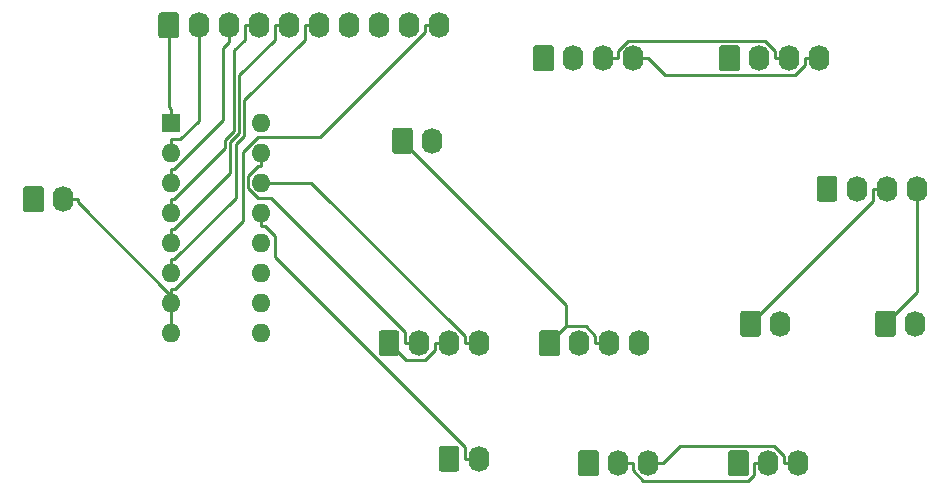
<source format=gbr>
G04 #@! TF.GenerationSoftware,KiCad,Pcbnew,(5.1.5-0-10_14)*
G04 #@! TF.CreationDate,2021-04-18T16:02:41+10:00*
G04 #@! TF.ProjectId,OH - Left Console - Output Distribution,4f48202d-204c-4656-9674-20436f6e736f,rev?*
G04 #@! TF.SameCoordinates,Original*
G04 #@! TF.FileFunction,Copper,L2,Bot*
G04 #@! TF.FilePolarity,Positive*
%FSLAX46Y46*%
G04 Gerber Fmt 4.6, Leading zero omitted, Abs format (unit mm)*
G04 Created by KiCad (PCBNEW (5.1.5-0-10_14)) date 2021-04-18 16:02:41*
%MOMM*%
%LPD*%
G04 APERTURE LIST*
%ADD10O,1.740000X2.200000*%
%ADD11C,0.100000*%
%ADD12O,1.600000X1.600000*%
%ADD13R,1.600000X1.600000*%
%ADD14C,0.250000*%
G04 APERTURE END LIST*
D10*
X201168000Y-51435000D03*
X198628000Y-51435000D03*
X196088000Y-51435000D03*
G04 #@! TA.AperFunction,ComponentPad*
D11*
G36*
X194192505Y-50336204D02*
G01*
X194216773Y-50339804D01*
X194240572Y-50345765D01*
X194263671Y-50354030D01*
X194285850Y-50364520D01*
X194306893Y-50377132D01*
X194326599Y-50391747D01*
X194344777Y-50408223D01*
X194361253Y-50426401D01*
X194375868Y-50446107D01*
X194388480Y-50467150D01*
X194398970Y-50489329D01*
X194407235Y-50512428D01*
X194413196Y-50536227D01*
X194416796Y-50560495D01*
X194418000Y-50584999D01*
X194418000Y-52285001D01*
X194416796Y-52309505D01*
X194413196Y-52333773D01*
X194407235Y-52357572D01*
X194398970Y-52380671D01*
X194388480Y-52402850D01*
X194375868Y-52423893D01*
X194361253Y-52443599D01*
X194344777Y-52461777D01*
X194326599Y-52478253D01*
X194306893Y-52492868D01*
X194285850Y-52505480D01*
X194263671Y-52515970D01*
X194240572Y-52524235D01*
X194216773Y-52530196D01*
X194192505Y-52533796D01*
X194168001Y-52535000D01*
X192927999Y-52535000D01*
X192903495Y-52533796D01*
X192879227Y-52530196D01*
X192855428Y-52524235D01*
X192832329Y-52515970D01*
X192810150Y-52505480D01*
X192789107Y-52492868D01*
X192769401Y-52478253D01*
X192751223Y-52461777D01*
X192734747Y-52443599D01*
X192720132Y-52423893D01*
X192707520Y-52402850D01*
X192697030Y-52380671D01*
X192688765Y-52357572D01*
X192682804Y-52333773D01*
X192679204Y-52309505D01*
X192678000Y-52285001D01*
X192678000Y-50584999D01*
X192679204Y-50560495D01*
X192682804Y-50536227D01*
X192688765Y-50512428D01*
X192697030Y-50489329D01*
X192707520Y-50467150D01*
X192720132Y-50446107D01*
X192734747Y-50426401D01*
X192751223Y-50408223D01*
X192769401Y-50391747D01*
X192789107Y-50377132D01*
X192810150Y-50364520D01*
X192832329Y-50354030D01*
X192855428Y-50345765D01*
X192879227Y-50339804D01*
X192903495Y-50336204D01*
X192927999Y-50335000D01*
X194168001Y-50335000D01*
X194192505Y-50336204D01*
G37*
G04 #@! TD.AperFunction*
D10*
X201041000Y-62865000D03*
G04 #@! TA.AperFunction,ComponentPad*
D11*
G36*
X199145505Y-61766204D02*
G01*
X199169773Y-61769804D01*
X199193572Y-61775765D01*
X199216671Y-61784030D01*
X199238850Y-61794520D01*
X199259893Y-61807132D01*
X199279599Y-61821747D01*
X199297777Y-61838223D01*
X199314253Y-61856401D01*
X199328868Y-61876107D01*
X199341480Y-61897150D01*
X199351970Y-61919329D01*
X199360235Y-61942428D01*
X199366196Y-61966227D01*
X199369796Y-61990495D01*
X199371000Y-62014999D01*
X199371000Y-63715001D01*
X199369796Y-63739505D01*
X199366196Y-63763773D01*
X199360235Y-63787572D01*
X199351970Y-63810671D01*
X199341480Y-63832850D01*
X199328868Y-63853893D01*
X199314253Y-63873599D01*
X199297777Y-63891777D01*
X199279599Y-63908253D01*
X199259893Y-63922868D01*
X199238850Y-63935480D01*
X199216671Y-63945970D01*
X199193572Y-63954235D01*
X199169773Y-63960196D01*
X199145505Y-63963796D01*
X199121001Y-63965000D01*
X197880999Y-63965000D01*
X197856495Y-63963796D01*
X197832227Y-63960196D01*
X197808428Y-63954235D01*
X197785329Y-63945970D01*
X197763150Y-63935480D01*
X197742107Y-63922868D01*
X197722401Y-63908253D01*
X197704223Y-63891777D01*
X197687747Y-63873599D01*
X197673132Y-63853893D01*
X197660520Y-63832850D01*
X197650030Y-63810671D01*
X197641765Y-63787572D01*
X197635804Y-63763773D01*
X197632204Y-63739505D01*
X197631000Y-63715001D01*
X197631000Y-62014999D01*
X197632204Y-61990495D01*
X197635804Y-61966227D01*
X197641765Y-61942428D01*
X197650030Y-61919329D01*
X197660520Y-61897150D01*
X197673132Y-61876107D01*
X197687747Y-61856401D01*
X197704223Y-61838223D01*
X197722401Y-61821747D01*
X197742107Y-61807132D01*
X197763150Y-61794520D01*
X197785329Y-61784030D01*
X197808428Y-61775765D01*
X197832227Y-61769804D01*
X197856495Y-61766204D01*
X197880999Y-61765000D01*
X199121001Y-61765000D01*
X199145505Y-61766204D01*
G37*
G04 #@! TD.AperFunction*
D10*
X189611000Y-62865000D03*
G04 #@! TA.AperFunction,ComponentPad*
D11*
G36*
X187715505Y-61766204D02*
G01*
X187739773Y-61769804D01*
X187763572Y-61775765D01*
X187786671Y-61784030D01*
X187808850Y-61794520D01*
X187829893Y-61807132D01*
X187849599Y-61821747D01*
X187867777Y-61838223D01*
X187884253Y-61856401D01*
X187898868Y-61876107D01*
X187911480Y-61897150D01*
X187921970Y-61919329D01*
X187930235Y-61942428D01*
X187936196Y-61966227D01*
X187939796Y-61990495D01*
X187941000Y-62014999D01*
X187941000Y-63715001D01*
X187939796Y-63739505D01*
X187936196Y-63763773D01*
X187930235Y-63787572D01*
X187921970Y-63810671D01*
X187911480Y-63832850D01*
X187898868Y-63853893D01*
X187884253Y-63873599D01*
X187867777Y-63891777D01*
X187849599Y-63908253D01*
X187829893Y-63922868D01*
X187808850Y-63935480D01*
X187786671Y-63945970D01*
X187763572Y-63954235D01*
X187739773Y-63960196D01*
X187715505Y-63963796D01*
X187691001Y-63965000D01*
X186450999Y-63965000D01*
X186426495Y-63963796D01*
X186402227Y-63960196D01*
X186378428Y-63954235D01*
X186355329Y-63945970D01*
X186333150Y-63935480D01*
X186312107Y-63922868D01*
X186292401Y-63908253D01*
X186274223Y-63891777D01*
X186257747Y-63873599D01*
X186243132Y-63853893D01*
X186230520Y-63832850D01*
X186220030Y-63810671D01*
X186211765Y-63787572D01*
X186205804Y-63763773D01*
X186202204Y-63739505D01*
X186201000Y-63715001D01*
X186201000Y-62014999D01*
X186202204Y-61990495D01*
X186205804Y-61966227D01*
X186211765Y-61942428D01*
X186220030Y-61919329D01*
X186230520Y-61897150D01*
X186243132Y-61876107D01*
X186257747Y-61856401D01*
X186274223Y-61838223D01*
X186292401Y-61821747D01*
X186312107Y-61807132D01*
X186333150Y-61794520D01*
X186355329Y-61784030D01*
X186378428Y-61775765D01*
X186402227Y-61769804D01*
X186426495Y-61766204D01*
X186450999Y-61765000D01*
X187691001Y-61765000D01*
X187715505Y-61766204D01*
G37*
G04 #@! TD.AperFunction*
D12*
X145669000Y-45847000D03*
X138049000Y-63627000D03*
X145669000Y-48387000D03*
X138049000Y-61087000D03*
X145669000Y-50927000D03*
X138049000Y-58547000D03*
X145669000Y-53467000D03*
X138049000Y-56007000D03*
X145669000Y-56007000D03*
X138049000Y-53467000D03*
X145669000Y-58547000D03*
X138049000Y-50927000D03*
X145669000Y-61087000D03*
X138049000Y-48387000D03*
X145669000Y-63627000D03*
D13*
X138049000Y-45847000D03*
D10*
X178435000Y-74676000D03*
X175895000Y-74676000D03*
G04 #@! TA.AperFunction,ComponentPad*
D11*
G36*
X173999505Y-73577204D02*
G01*
X174023773Y-73580804D01*
X174047572Y-73586765D01*
X174070671Y-73595030D01*
X174092850Y-73605520D01*
X174113893Y-73618132D01*
X174133599Y-73632747D01*
X174151777Y-73649223D01*
X174168253Y-73667401D01*
X174182868Y-73687107D01*
X174195480Y-73708150D01*
X174205970Y-73730329D01*
X174214235Y-73753428D01*
X174220196Y-73777227D01*
X174223796Y-73801495D01*
X174225000Y-73825999D01*
X174225000Y-75526001D01*
X174223796Y-75550505D01*
X174220196Y-75574773D01*
X174214235Y-75598572D01*
X174205970Y-75621671D01*
X174195480Y-75643850D01*
X174182868Y-75664893D01*
X174168253Y-75684599D01*
X174151777Y-75702777D01*
X174133599Y-75719253D01*
X174113893Y-75733868D01*
X174092850Y-75746480D01*
X174070671Y-75756970D01*
X174047572Y-75765235D01*
X174023773Y-75771196D01*
X173999505Y-75774796D01*
X173975001Y-75776000D01*
X172734999Y-75776000D01*
X172710495Y-75774796D01*
X172686227Y-75771196D01*
X172662428Y-75765235D01*
X172639329Y-75756970D01*
X172617150Y-75746480D01*
X172596107Y-75733868D01*
X172576401Y-75719253D01*
X172558223Y-75702777D01*
X172541747Y-75684599D01*
X172527132Y-75664893D01*
X172514520Y-75643850D01*
X172504030Y-75621671D01*
X172495765Y-75598572D01*
X172489804Y-75574773D01*
X172486204Y-75550505D01*
X172485000Y-75526001D01*
X172485000Y-73825999D01*
X172486204Y-73801495D01*
X172489804Y-73777227D01*
X172495765Y-73753428D01*
X172504030Y-73730329D01*
X172514520Y-73708150D01*
X172527132Y-73687107D01*
X172541747Y-73667401D01*
X172558223Y-73649223D01*
X172576401Y-73632747D01*
X172596107Y-73618132D01*
X172617150Y-73605520D01*
X172639329Y-73595030D01*
X172662428Y-73586765D01*
X172686227Y-73580804D01*
X172710495Y-73577204D01*
X172734999Y-73576000D01*
X173975001Y-73576000D01*
X173999505Y-73577204D01*
G37*
G04 #@! TD.AperFunction*
D10*
X191135000Y-74676000D03*
X188595000Y-74676000D03*
G04 #@! TA.AperFunction,ComponentPad*
D11*
G36*
X186699505Y-73577204D02*
G01*
X186723773Y-73580804D01*
X186747572Y-73586765D01*
X186770671Y-73595030D01*
X186792850Y-73605520D01*
X186813893Y-73618132D01*
X186833599Y-73632747D01*
X186851777Y-73649223D01*
X186868253Y-73667401D01*
X186882868Y-73687107D01*
X186895480Y-73708150D01*
X186905970Y-73730329D01*
X186914235Y-73753428D01*
X186920196Y-73777227D01*
X186923796Y-73801495D01*
X186925000Y-73825999D01*
X186925000Y-75526001D01*
X186923796Y-75550505D01*
X186920196Y-75574773D01*
X186914235Y-75598572D01*
X186905970Y-75621671D01*
X186895480Y-75643850D01*
X186882868Y-75664893D01*
X186868253Y-75684599D01*
X186851777Y-75702777D01*
X186833599Y-75719253D01*
X186813893Y-75733868D01*
X186792850Y-75746480D01*
X186770671Y-75756970D01*
X186747572Y-75765235D01*
X186723773Y-75771196D01*
X186699505Y-75774796D01*
X186675001Y-75776000D01*
X185434999Y-75776000D01*
X185410495Y-75774796D01*
X185386227Y-75771196D01*
X185362428Y-75765235D01*
X185339329Y-75756970D01*
X185317150Y-75746480D01*
X185296107Y-75733868D01*
X185276401Y-75719253D01*
X185258223Y-75702777D01*
X185241747Y-75684599D01*
X185227132Y-75664893D01*
X185214520Y-75643850D01*
X185204030Y-75621671D01*
X185195765Y-75598572D01*
X185189804Y-75574773D01*
X185186204Y-75550505D01*
X185185000Y-75526001D01*
X185185000Y-73825999D01*
X185186204Y-73801495D01*
X185189804Y-73777227D01*
X185195765Y-73753428D01*
X185204030Y-73730329D01*
X185214520Y-73708150D01*
X185227132Y-73687107D01*
X185241747Y-73667401D01*
X185258223Y-73649223D01*
X185276401Y-73632747D01*
X185296107Y-73618132D01*
X185317150Y-73605520D01*
X185339329Y-73595030D01*
X185362428Y-73586765D01*
X185386227Y-73580804D01*
X185410495Y-73577204D01*
X185434999Y-73576000D01*
X186675001Y-73576000D01*
X186699505Y-73577204D01*
G37*
G04 #@! TD.AperFunction*
D10*
X177673000Y-64516000D03*
X175133000Y-64516000D03*
X172593000Y-64516000D03*
G04 #@! TA.AperFunction,ComponentPad*
D11*
G36*
X170697505Y-63417204D02*
G01*
X170721773Y-63420804D01*
X170745572Y-63426765D01*
X170768671Y-63435030D01*
X170790850Y-63445520D01*
X170811893Y-63458132D01*
X170831599Y-63472747D01*
X170849777Y-63489223D01*
X170866253Y-63507401D01*
X170880868Y-63527107D01*
X170893480Y-63548150D01*
X170903970Y-63570329D01*
X170912235Y-63593428D01*
X170918196Y-63617227D01*
X170921796Y-63641495D01*
X170923000Y-63665999D01*
X170923000Y-65366001D01*
X170921796Y-65390505D01*
X170918196Y-65414773D01*
X170912235Y-65438572D01*
X170903970Y-65461671D01*
X170893480Y-65483850D01*
X170880868Y-65504893D01*
X170866253Y-65524599D01*
X170849777Y-65542777D01*
X170831599Y-65559253D01*
X170811893Y-65573868D01*
X170790850Y-65586480D01*
X170768671Y-65596970D01*
X170745572Y-65605235D01*
X170721773Y-65611196D01*
X170697505Y-65614796D01*
X170673001Y-65616000D01*
X169432999Y-65616000D01*
X169408495Y-65614796D01*
X169384227Y-65611196D01*
X169360428Y-65605235D01*
X169337329Y-65596970D01*
X169315150Y-65586480D01*
X169294107Y-65573868D01*
X169274401Y-65559253D01*
X169256223Y-65542777D01*
X169239747Y-65524599D01*
X169225132Y-65504893D01*
X169212520Y-65483850D01*
X169202030Y-65461671D01*
X169193765Y-65438572D01*
X169187804Y-65414773D01*
X169184204Y-65390505D01*
X169183000Y-65366001D01*
X169183000Y-63665999D01*
X169184204Y-63641495D01*
X169187804Y-63617227D01*
X169193765Y-63593428D01*
X169202030Y-63570329D01*
X169212520Y-63548150D01*
X169225132Y-63527107D01*
X169239747Y-63507401D01*
X169256223Y-63489223D01*
X169274401Y-63472747D01*
X169294107Y-63458132D01*
X169315150Y-63445520D01*
X169337329Y-63435030D01*
X169360428Y-63426765D01*
X169384227Y-63420804D01*
X169408495Y-63417204D01*
X169432999Y-63416000D01*
X170673001Y-63416000D01*
X170697505Y-63417204D01*
G37*
G04 #@! TD.AperFunction*
D10*
X192913000Y-40386000D03*
X190373000Y-40386000D03*
X187833000Y-40386000D03*
G04 #@! TA.AperFunction,ComponentPad*
D11*
G36*
X185937505Y-39287204D02*
G01*
X185961773Y-39290804D01*
X185985572Y-39296765D01*
X186008671Y-39305030D01*
X186030850Y-39315520D01*
X186051893Y-39328132D01*
X186071599Y-39342747D01*
X186089777Y-39359223D01*
X186106253Y-39377401D01*
X186120868Y-39397107D01*
X186133480Y-39418150D01*
X186143970Y-39440329D01*
X186152235Y-39463428D01*
X186158196Y-39487227D01*
X186161796Y-39511495D01*
X186163000Y-39535999D01*
X186163000Y-41236001D01*
X186161796Y-41260505D01*
X186158196Y-41284773D01*
X186152235Y-41308572D01*
X186143970Y-41331671D01*
X186133480Y-41353850D01*
X186120868Y-41374893D01*
X186106253Y-41394599D01*
X186089777Y-41412777D01*
X186071599Y-41429253D01*
X186051893Y-41443868D01*
X186030850Y-41456480D01*
X186008671Y-41466970D01*
X185985572Y-41475235D01*
X185961773Y-41481196D01*
X185937505Y-41484796D01*
X185913001Y-41486000D01*
X184672999Y-41486000D01*
X184648495Y-41484796D01*
X184624227Y-41481196D01*
X184600428Y-41475235D01*
X184577329Y-41466970D01*
X184555150Y-41456480D01*
X184534107Y-41443868D01*
X184514401Y-41429253D01*
X184496223Y-41412777D01*
X184479747Y-41394599D01*
X184465132Y-41374893D01*
X184452520Y-41353850D01*
X184442030Y-41331671D01*
X184433765Y-41308572D01*
X184427804Y-41284773D01*
X184424204Y-41260505D01*
X184423000Y-41236001D01*
X184423000Y-39535999D01*
X184424204Y-39511495D01*
X184427804Y-39487227D01*
X184433765Y-39463428D01*
X184442030Y-39440329D01*
X184452520Y-39418150D01*
X184465132Y-39397107D01*
X184479747Y-39377401D01*
X184496223Y-39359223D01*
X184514401Y-39342747D01*
X184534107Y-39328132D01*
X184555150Y-39315520D01*
X184577329Y-39305030D01*
X184600428Y-39296765D01*
X184624227Y-39290804D01*
X184648495Y-39287204D01*
X184672999Y-39286000D01*
X185913001Y-39286000D01*
X185937505Y-39287204D01*
G37*
G04 #@! TD.AperFunction*
D10*
X164084000Y-74295000D03*
G04 #@! TA.AperFunction,ComponentPad*
D11*
G36*
X162188505Y-73196204D02*
G01*
X162212773Y-73199804D01*
X162236572Y-73205765D01*
X162259671Y-73214030D01*
X162281850Y-73224520D01*
X162302893Y-73237132D01*
X162322599Y-73251747D01*
X162340777Y-73268223D01*
X162357253Y-73286401D01*
X162371868Y-73306107D01*
X162384480Y-73327150D01*
X162394970Y-73349329D01*
X162403235Y-73372428D01*
X162409196Y-73396227D01*
X162412796Y-73420495D01*
X162414000Y-73444999D01*
X162414000Y-75145001D01*
X162412796Y-75169505D01*
X162409196Y-75193773D01*
X162403235Y-75217572D01*
X162394970Y-75240671D01*
X162384480Y-75262850D01*
X162371868Y-75283893D01*
X162357253Y-75303599D01*
X162340777Y-75321777D01*
X162322599Y-75338253D01*
X162302893Y-75352868D01*
X162281850Y-75365480D01*
X162259671Y-75375970D01*
X162236572Y-75384235D01*
X162212773Y-75390196D01*
X162188505Y-75393796D01*
X162164001Y-75395000D01*
X160923999Y-75395000D01*
X160899495Y-75393796D01*
X160875227Y-75390196D01*
X160851428Y-75384235D01*
X160828329Y-75375970D01*
X160806150Y-75365480D01*
X160785107Y-75352868D01*
X160765401Y-75338253D01*
X160747223Y-75321777D01*
X160730747Y-75303599D01*
X160716132Y-75283893D01*
X160703520Y-75262850D01*
X160693030Y-75240671D01*
X160684765Y-75217572D01*
X160678804Y-75193773D01*
X160675204Y-75169505D01*
X160674000Y-75145001D01*
X160674000Y-73444999D01*
X160675204Y-73420495D01*
X160678804Y-73396227D01*
X160684765Y-73372428D01*
X160693030Y-73349329D01*
X160703520Y-73327150D01*
X160716132Y-73306107D01*
X160730747Y-73286401D01*
X160747223Y-73268223D01*
X160765401Y-73251747D01*
X160785107Y-73237132D01*
X160806150Y-73224520D01*
X160828329Y-73214030D01*
X160851428Y-73205765D01*
X160875227Y-73199804D01*
X160899495Y-73196204D01*
X160923999Y-73195000D01*
X162164001Y-73195000D01*
X162188505Y-73196204D01*
G37*
G04 #@! TD.AperFunction*
D10*
X164084000Y-64516000D03*
X161544000Y-64516000D03*
X159004000Y-64516000D03*
G04 #@! TA.AperFunction,ComponentPad*
D11*
G36*
X157108505Y-63417204D02*
G01*
X157132773Y-63420804D01*
X157156572Y-63426765D01*
X157179671Y-63435030D01*
X157201850Y-63445520D01*
X157222893Y-63458132D01*
X157242599Y-63472747D01*
X157260777Y-63489223D01*
X157277253Y-63507401D01*
X157291868Y-63527107D01*
X157304480Y-63548150D01*
X157314970Y-63570329D01*
X157323235Y-63593428D01*
X157329196Y-63617227D01*
X157332796Y-63641495D01*
X157334000Y-63665999D01*
X157334000Y-65366001D01*
X157332796Y-65390505D01*
X157329196Y-65414773D01*
X157323235Y-65438572D01*
X157314970Y-65461671D01*
X157304480Y-65483850D01*
X157291868Y-65504893D01*
X157277253Y-65524599D01*
X157260777Y-65542777D01*
X157242599Y-65559253D01*
X157222893Y-65573868D01*
X157201850Y-65586480D01*
X157179671Y-65596970D01*
X157156572Y-65605235D01*
X157132773Y-65611196D01*
X157108505Y-65614796D01*
X157084001Y-65616000D01*
X155843999Y-65616000D01*
X155819495Y-65614796D01*
X155795227Y-65611196D01*
X155771428Y-65605235D01*
X155748329Y-65596970D01*
X155726150Y-65586480D01*
X155705107Y-65573868D01*
X155685401Y-65559253D01*
X155667223Y-65542777D01*
X155650747Y-65524599D01*
X155636132Y-65504893D01*
X155623520Y-65483850D01*
X155613030Y-65461671D01*
X155604765Y-65438572D01*
X155598804Y-65414773D01*
X155595204Y-65390505D01*
X155594000Y-65366001D01*
X155594000Y-63665999D01*
X155595204Y-63641495D01*
X155598804Y-63617227D01*
X155604765Y-63593428D01*
X155613030Y-63570329D01*
X155623520Y-63548150D01*
X155636132Y-63527107D01*
X155650747Y-63507401D01*
X155667223Y-63489223D01*
X155685401Y-63472747D01*
X155705107Y-63458132D01*
X155726150Y-63445520D01*
X155748329Y-63435030D01*
X155771428Y-63426765D01*
X155795227Y-63420804D01*
X155819495Y-63417204D01*
X155843999Y-63416000D01*
X157084001Y-63416000D01*
X157108505Y-63417204D01*
G37*
G04 #@! TD.AperFunction*
D10*
X160147000Y-47371000D03*
G04 #@! TA.AperFunction,ComponentPad*
D11*
G36*
X158251505Y-46272204D02*
G01*
X158275773Y-46275804D01*
X158299572Y-46281765D01*
X158322671Y-46290030D01*
X158344850Y-46300520D01*
X158365893Y-46313132D01*
X158385599Y-46327747D01*
X158403777Y-46344223D01*
X158420253Y-46362401D01*
X158434868Y-46382107D01*
X158447480Y-46403150D01*
X158457970Y-46425329D01*
X158466235Y-46448428D01*
X158472196Y-46472227D01*
X158475796Y-46496495D01*
X158477000Y-46520999D01*
X158477000Y-48221001D01*
X158475796Y-48245505D01*
X158472196Y-48269773D01*
X158466235Y-48293572D01*
X158457970Y-48316671D01*
X158447480Y-48338850D01*
X158434868Y-48359893D01*
X158420253Y-48379599D01*
X158403777Y-48397777D01*
X158385599Y-48414253D01*
X158365893Y-48428868D01*
X158344850Y-48441480D01*
X158322671Y-48451970D01*
X158299572Y-48460235D01*
X158275773Y-48466196D01*
X158251505Y-48469796D01*
X158227001Y-48471000D01*
X156986999Y-48471000D01*
X156962495Y-48469796D01*
X156938227Y-48466196D01*
X156914428Y-48460235D01*
X156891329Y-48451970D01*
X156869150Y-48441480D01*
X156848107Y-48428868D01*
X156828401Y-48414253D01*
X156810223Y-48397777D01*
X156793747Y-48379599D01*
X156779132Y-48359893D01*
X156766520Y-48338850D01*
X156756030Y-48316671D01*
X156747765Y-48293572D01*
X156741804Y-48269773D01*
X156738204Y-48245505D01*
X156737000Y-48221001D01*
X156737000Y-46520999D01*
X156738204Y-46496495D01*
X156741804Y-46472227D01*
X156747765Y-46448428D01*
X156756030Y-46425329D01*
X156766520Y-46403150D01*
X156779132Y-46382107D01*
X156793747Y-46362401D01*
X156810223Y-46344223D01*
X156828401Y-46327747D01*
X156848107Y-46313132D01*
X156869150Y-46300520D01*
X156891329Y-46290030D01*
X156914428Y-46281765D01*
X156938227Y-46275804D01*
X156962495Y-46272204D01*
X156986999Y-46271000D01*
X158227001Y-46271000D01*
X158251505Y-46272204D01*
G37*
G04 #@! TD.AperFunction*
D10*
X177165000Y-40386000D03*
X174625000Y-40386000D03*
X172085000Y-40386000D03*
G04 #@! TA.AperFunction,ComponentPad*
D11*
G36*
X170189505Y-39287204D02*
G01*
X170213773Y-39290804D01*
X170237572Y-39296765D01*
X170260671Y-39305030D01*
X170282850Y-39315520D01*
X170303893Y-39328132D01*
X170323599Y-39342747D01*
X170341777Y-39359223D01*
X170358253Y-39377401D01*
X170372868Y-39397107D01*
X170385480Y-39418150D01*
X170395970Y-39440329D01*
X170404235Y-39463428D01*
X170410196Y-39487227D01*
X170413796Y-39511495D01*
X170415000Y-39535999D01*
X170415000Y-41236001D01*
X170413796Y-41260505D01*
X170410196Y-41284773D01*
X170404235Y-41308572D01*
X170395970Y-41331671D01*
X170385480Y-41353850D01*
X170372868Y-41374893D01*
X170358253Y-41394599D01*
X170341777Y-41412777D01*
X170323599Y-41429253D01*
X170303893Y-41443868D01*
X170282850Y-41456480D01*
X170260671Y-41466970D01*
X170237572Y-41475235D01*
X170213773Y-41481196D01*
X170189505Y-41484796D01*
X170165001Y-41486000D01*
X168924999Y-41486000D01*
X168900495Y-41484796D01*
X168876227Y-41481196D01*
X168852428Y-41475235D01*
X168829329Y-41466970D01*
X168807150Y-41456480D01*
X168786107Y-41443868D01*
X168766401Y-41429253D01*
X168748223Y-41412777D01*
X168731747Y-41394599D01*
X168717132Y-41374893D01*
X168704520Y-41353850D01*
X168694030Y-41331671D01*
X168685765Y-41308572D01*
X168679804Y-41284773D01*
X168676204Y-41260505D01*
X168675000Y-41236001D01*
X168675000Y-39535999D01*
X168676204Y-39511495D01*
X168679804Y-39487227D01*
X168685765Y-39463428D01*
X168694030Y-39440329D01*
X168704520Y-39418150D01*
X168717132Y-39397107D01*
X168731747Y-39377401D01*
X168748223Y-39359223D01*
X168766401Y-39342747D01*
X168786107Y-39328132D01*
X168807150Y-39315520D01*
X168829329Y-39305030D01*
X168852428Y-39296765D01*
X168876227Y-39290804D01*
X168900495Y-39287204D01*
X168924999Y-39286000D01*
X170165001Y-39286000D01*
X170189505Y-39287204D01*
G37*
G04 #@! TD.AperFunction*
D10*
X128905000Y-52324000D03*
G04 #@! TA.AperFunction,ComponentPad*
D11*
G36*
X127009505Y-51225204D02*
G01*
X127033773Y-51228804D01*
X127057572Y-51234765D01*
X127080671Y-51243030D01*
X127102850Y-51253520D01*
X127123893Y-51266132D01*
X127143599Y-51280747D01*
X127161777Y-51297223D01*
X127178253Y-51315401D01*
X127192868Y-51335107D01*
X127205480Y-51356150D01*
X127215970Y-51378329D01*
X127224235Y-51401428D01*
X127230196Y-51425227D01*
X127233796Y-51449495D01*
X127235000Y-51473999D01*
X127235000Y-53174001D01*
X127233796Y-53198505D01*
X127230196Y-53222773D01*
X127224235Y-53246572D01*
X127215970Y-53269671D01*
X127205480Y-53291850D01*
X127192868Y-53312893D01*
X127178253Y-53332599D01*
X127161777Y-53350777D01*
X127143599Y-53367253D01*
X127123893Y-53381868D01*
X127102850Y-53394480D01*
X127080671Y-53404970D01*
X127057572Y-53413235D01*
X127033773Y-53419196D01*
X127009505Y-53422796D01*
X126985001Y-53424000D01*
X125744999Y-53424000D01*
X125720495Y-53422796D01*
X125696227Y-53419196D01*
X125672428Y-53413235D01*
X125649329Y-53404970D01*
X125627150Y-53394480D01*
X125606107Y-53381868D01*
X125586401Y-53367253D01*
X125568223Y-53350777D01*
X125551747Y-53332599D01*
X125537132Y-53312893D01*
X125524520Y-53291850D01*
X125514030Y-53269671D01*
X125505765Y-53246572D01*
X125499804Y-53222773D01*
X125496204Y-53198505D01*
X125495000Y-53174001D01*
X125495000Y-51473999D01*
X125496204Y-51449495D01*
X125499804Y-51425227D01*
X125505765Y-51401428D01*
X125514030Y-51378329D01*
X125524520Y-51356150D01*
X125537132Y-51335107D01*
X125551747Y-51315401D01*
X125568223Y-51297223D01*
X125586401Y-51280747D01*
X125606107Y-51266132D01*
X125627150Y-51253520D01*
X125649329Y-51243030D01*
X125672428Y-51234765D01*
X125696227Y-51228804D01*
X125720495Y-51225204D01*
X125744999Y-51224000D01*
X126985001Y-51224000D01*
X127009505Y-51225204D01*
G37*
G04 #@! TD.AperFunction*
D10*
X160672000Y-37608000D03*
X158132000Y-37608000D03*
X155592000Y-37608000D03*
X153052000Y-37608000D03*
X150512000Y-37608000D03*
X147972000Y-37608000D03*
X145432000Y-37608000D03*
X142892000Y-37608000D03*
X140352000Y-37608000D03*
G04 #@! TA.AperFunction,ComponentPad*
D11*
G36*
X138456505Y-36509204D02*
G01*
X138480773Y-36512804D01*
X138504572Y-36518765D01*
X138527671Y-36527030D01*
X138549850Y-36537520D01*
X138570893Y-36550132D01*
X138590599Y-36564747D01*
X138608777Y-36581223D01*
X138625253Y-36599401D01*
X138639868Y-36619107D01*
X138652480Y-36640150D01*
X138662970Y-36662329D01*
X138671235Y-36685428D01*
X138677196Y-36709227D01*
X138680796Y-36733495D01*
X138682000Y-36757999D01*
X138682000Y-38458001D01*
X138680796Y-38482505D01*
X138677196Y-38506773D01*
X138671235Y-38530572D01*
X138662970Y-38553671D01*
X138652480Y-38575850D01*
X138639868Y-38596893D01*
X138625253Y-38616599D01*
X138608777Y-38634777D01*
X138590599Y-38651253D01*
X138570893Y-38665868D01*
X138549850Y-38678480D01*
X138527671Y-38688970D01*
X138504572Y-38697235D01*
X138480773Y-38703196D01*
X138456505Y-38706796D01*
X138432001Y-38708000D01*
X137191999Y-38708000D01*
X137167495Y-38706796D01*
X137143227Y-38703196D01*
X137119428Y-38697235D01*
X137096329Y-38688970D01*
X137074150Y-38678480D01*
X137053107Y-38665868D01*
X137033401Y-38651253D01*
X137015223Y-38634777D01*
X136998747Y-38616599D01*
X136984132Y-38596893D01*
X136971520Y-38575850D01*
X136961030Y-38553671D01*
X136952765Y-38530572D01*
X136946804Y-38506773D01*
X136943204Y-38482505D01*
X136942000Y-38458001D01*
X136942000Y-36757999D01*
X136943204Y-36733495D01*
X136946804Y-36709227D01*
X136952765Y-36685428D01*
X136961030Y-36662329D01*
X136971520Y-36640150D01*
X136984132Y-36619107D01*
X136998747Y-36599401D01*
X137015223Y-36581223D01*
X137033401Y-36564747D01*
X137053107Y-36550132D01*
X137074150Y-36537520D01*
X137096329Y-36527030D01*
X137119428Y-36518765D01*
X137143227Y-36512804D01*
X137167495Y-36509204D01*
X137191999Y-36508000D01*
X138432001Y-36508000D01*
X138456505Y-36509204D01*
G37*
G04 #@! TD.AperFunction*
D14*
X128905000Y-52324000D02*
X130100300Y-52324000D01*
X138049000Y-60524300D02*
X130100300Y-52575600D01*
X130100300Y-52575600D02*
X130100300Y-52324000D01*
X138049000Y-60524300D02*
X138049000Y-59961700D01*
X138049000Y-61087000D02*
X138049000Y-60524300D01*
X160672000Y-37608000D02*
X159476700Y-37608000D01*
X159476700Y-37608000D02*
X159476700Y-38205600D01*
X159476700Y-38205600D02*
X150648300Y-47034000D01*
X150648300Y-47034000D02*
X145395000Y-47034000D01*
X145395000Y-47034000D02*
X144093200Y-48335800D01*
X144093200Y-48335800D02*
X144093200Y-54198800D01*
X144093200Y-54198800D02*
X138330300Y-59961700D01*
X138330300Y-59961700D02*
X138049000Y-59961700D01*
X138049000Y-61087000D02*
X138049000Y-63627000D01*
X149316700Y-37608000D02*
X149316700Y-38803300D01*
X149316700Y-38803300D02*
X144221500Y-43898500D01*
X144221500Y-43898500D02*
X144221500Y-46940800D01*
X144221500Y-46940800D02*
X143476600Y-47685700D01*
X143476600Y-47685700D02*
X143476600Y-52198400D01*
X143476600Y-52198400D02*
X138253300Y-57421700D01*
X138253300Y-57421700D02*
X138049000Y-57421700D01*
X138049000Y-58547000D02*
X138049000Y-57421700D01*
X150512000Y-37608000D02*
X149316700Y-37608000D01*
X146776700Y-37608000D02*
X146776700Y-38803300D01*
X146776700Y-38803300D02*
X143767600Y-41812400D01*
X143767600Y-41812400D02*
X143767600Y-46757800D01*
X143767600Y-46757800D02*
X143026300Y-47499100D01*
X143026300Y-47499100D02*
X143026300Y-50108800D01*
X143026300Y-50108800D02*
X138253400Y-54881700D01*
X138253400Y-54881700D02*
X138049000Y-54881700D01*
X147972000Y-37608000D02*
X146776700Y-37608000D01*
X138049000Y-56007000D02*
X138049000Y-54881700D01*
X144236700Y-37608000D02*
X144236700Y-38803300D01*
X144236700Y-38803300D02*
X143317300Y-39722700D01*
X143317300Y-39722700D02*
X143317300Y-46571200D01*
X143317300Y-46571200D02*
X142576000Y-47312500D01*
X142576000Y-47312500D02*
X142576000Y-48022700D01*
X142576000Y-48022700D02*
X138257000Y-52341700D01*
X138257000Y-52341700D02*
X138049000Y-52341700D01*
X145432000Y-37608000D02*
X144236700Y-37608000D01*
X138049000Y-53467000D02*
X138049000Y-52341700D01*
X142892000Y-39033300D02*
X142416700Y-39508600D01*
X142416700Y-39508600D02*
X142416700Y-45638300D01*
X142416700Y-45638300D02*
X138253300Y-49801700D01*
X138253300Y-49801700D02*
X138049000Y-49801700D01*
X142892000Y-37608000D02*
X142892000Y-39033300D01*
X138049000Y-50927000D02*
X138049000Y-49801700D01*
X138049000Y-48387000D02*
X138049000Y-47261700D01*
X140352000Y-37608000D02*
X140352000Y-45662000D01*
X140352000Y-45662000D02*
X138752300Y-47261700D01*
X138752300Y-47261700D02*
X138049000Y-47261700D01*
X138049000Y-45847000D02*
X138049000Y-44721700D01*
X137812000Y-37608000D02*
X137812000Y-44484700D01*
X137812000Y-44484700D02*
X138049000Y-44721700D01*
X171478400Y-63090600D02*
X173109900Y-63090600D01*
X173109900Y-63090600D02*
X173937700Y-63918400D01*
X173937700Y-63918400D02*
X173937700Y-64516000D01*
X170053000Y-64516000D02*
X171478400Y-63090600D01*
X157607000Y-47371000D02*
X171478400Y-61242400D01*
X171478400Y-61242400D02*
X171478400Y-63090600D01*
X175133000Y-64516000D02*
X173937700Y-64516000D01*
X161544000Y-64516000D02*
X160348700Y-64516000D01*
X156464000Y-64516000D02*
X157921800Y-65973800D01*
X157921800Y-65973800D02*
X159488500Y-65973800D01*
X159488500Y-65973800D02*
X160348700Y-65113600D01*
X160348700Y-65113600D02*
X160348700Y-64516000D01*
X192913000Y-40386000D02*
X191717700Y-40386000D01*
X177165000Y-40386000D02*
X178360300Y-40386000D01*
X178360300Y-40386000D02*
X179814400Y-41840100D01*
X179814400Y-41840100D02*
X190861200Y-41840100D01*
X190861200Y-41840100D02*
X191717700Y-40983600D01*
X191717700Y-40983600D02*
X191717700Y-40386000D01*
X190373000Y-40386000D02*
X189177700Y-40386000D01*
X174625000Y-40386000D02*
X175820300Y-40386000D01*
X175820300Y-40386000D02*
X175820300Y-39788300D01*
X175820300Y-39788300D02*
X176666000Y-38942600D01*
X176666000Y-38942600D02*
X188331900Y-38942600D01*
X188331900Y-38942600D02*
X189177700Y-39788400D01*
X189177700Y-39788400D02*
X189177700Y-40386000D01*
X164084000Y-64516000D02*
X162888700Y-64516000D01*
X145669000Y-50927000D02*
X149897300Y-50927000D01*
X149897300Y-50927000D02*
X162888700Y-63918400D01*
X162888700Y-63918400D02*
X162888700Y-64516000D01*
X159004000Y-64516000D02*
X157808700Y-64516000D01*
X145669000Y-48387000D02*
X145669000Y-49512300D01*
X145669000Y-49512300D02*
X145387700Y-49512300D01*
X145387700Y-49512300D02*
X144543600Y-50356400D01*
X144543600Y-50356400D02*
X144543600Y-51399300D01*
X144543600Y-51399300D02*
X145341300Y-52197000D01*
X145341300Y-52197000D02*
X146460900Y-52197000D01*
X146460900Y-52197000D02*
X157808700Y-63544800D01*
X157808700Y-63544800D02*
X157808700Y-64516000D01*
X164084000Y-74295000D02*
X162888700Y-74295000D01*
X145669000Y-53467000D02*
X145669000Y-54592300D01*
X145669000Y-54592300D02*
X145950400Y-54592300D01*
X145950400Y-54592300D02*
X146794300Y-55436200D01*
X146794300Y-55436200D02*
X146794300Y-57178200D01*
X146794300Y-57178200D02*
X162888700Y-73272600D01*
X162888700Y-73272600D02*
X162888700Y-74295000D01*
X198628000Y-51435000D02*
X197432700Y-51435000D01*
X187071000Y-62865000D02*
X197432700Y-52503300D01*
X197432700Y-52503300D02*
X197432700Y-51435000D01*
X198501000Y-62865000D02*
X201168000Y-60198000D01*
X201168000Y-60198000D02*
X201168000Y-51435000D01*
X178435000Y-74676000D02*
X179630300Y-74676000D01*
X191135000Y-74676000D02*
X189939700Y-74676000D01*
X189939700Y-74676000D02*
X189939700Y-74078400D01*
X189939700Y-74078400D02*
X189092400Y-73231100D01*
X189092400Y-73231100D02*
X181075200Y-73231100D01*
X181075200Y-73231100D02*
X179630300Y-74676000D01*
X175895000Y-74676000D02*
X177090300Y-74676000D01*
X188595000Y-74676000D02*
X187399700Y-74676000D01*
X187399700Y-74676000D02*
X187399700Y-75647200D01*
X187399700Y-75647200D02*
X186887100Y-76159800D01*
X186887100Y-76159800D02*
X177976400Y-76159800D01*
X177976400Y-76159800D02*
X177090300Y-75273700D01*
X177090300Y-75273700D02*
X177090300Y-74676000D01*
M02*

</source>
